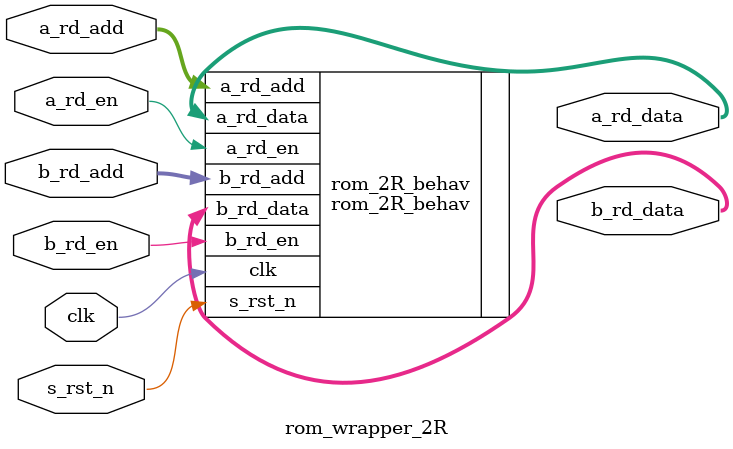
<source format=sv>

module rom_wrapper_2R #(
  parameter     FILENAME     = "",
  parameter int WIDTH        = 8,
  parameter int DEPTH        = 512,
  parameter     KEEP_RD_DATA = 0,
  parameter int ROM_LATENCY  = 1
) (
  // system interface
  input                            clk,
  input                            s_rst_n,
  // data interface a
  input                            a_rd_en,
  input  logic [$clog2(DEPTH)-1:0] a_rd_add,
  output logic [        WIDTH-1:0] a_rd_data,
  // data interface b
  input                            b_rd_en,
  input  logic [$clog2(DEPTH)-1:0] b_rd_add,
  output logic [        WIDTH-1:0] b_rd_data

);
  // ============================================================================================ //
  // rom_wrapper_2R
  // ============================================================================================ //
  // TODO : Use generate to choose the RAM to be instantiated.

  // -------------------------------------------------------------------------------------------- //
  // Behavioral ROM : target Xilinx RAMB
  // -------------------------------------------------------------------------------------------- //  
  rom_2R_behav #(
    .FILENAME    (FILENAME),
    .WIDTH       (WIDTH),
    .DEPTH       (DEPTH),
    .KEEP_RD_DATA(KEEP_RD_DATA),
    .ROM_LATENCY (ROM_LATENCY)
  ) rom_2R_behav (
    .clk      (clk),
    .s_rst_n  (s_rst_n),
    .a_rd_en  (a_rd_en),
    .a_rd_add (a_rd_add),
    .a_rd_data(a_rd_data),
    .b_rd_en  (b_rd_en),
    .b_rd_add (b_rd_add),
    .b_rd_data(b_rd_data)
  );

endmodule

</source>
